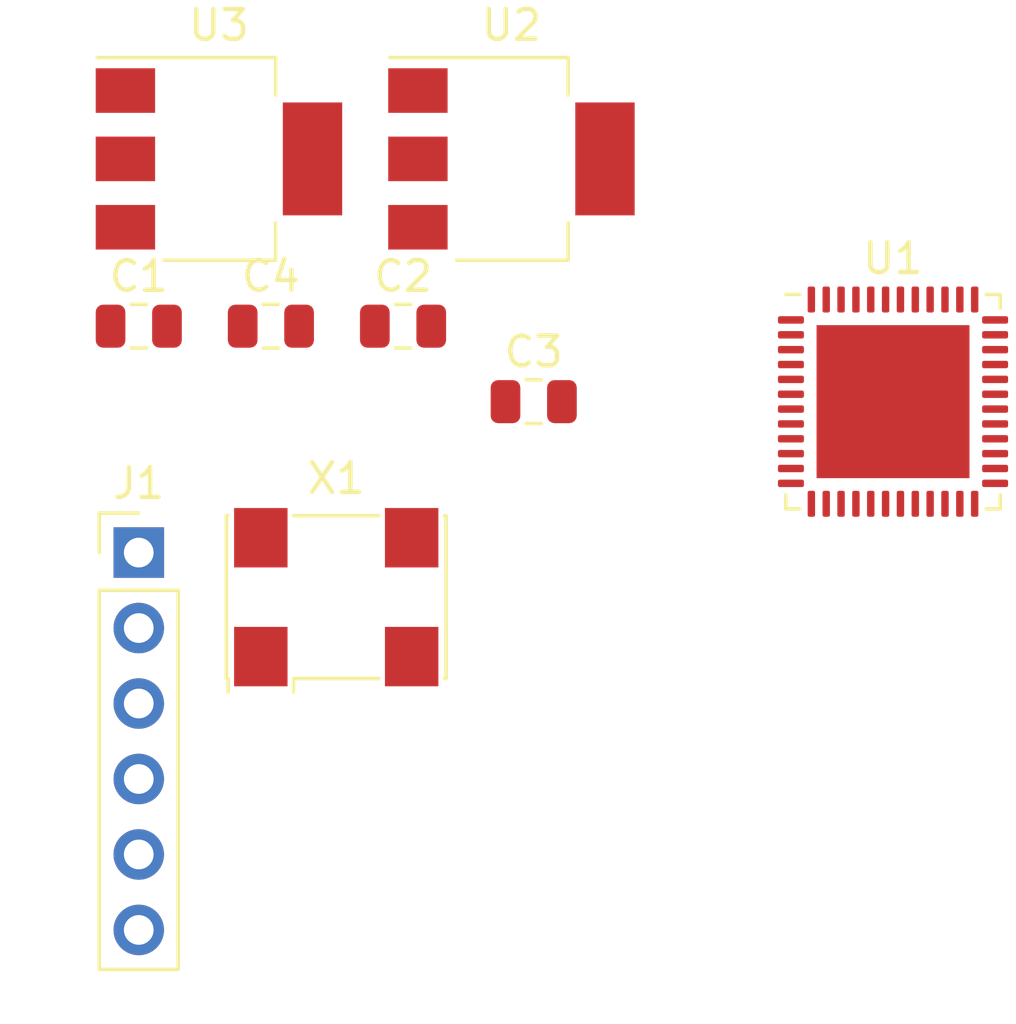
<source format=kicad_pcb>
(kicad_pcb (version 20211014) (generator pcbnew)
  (layers (0 "F.Cu" signal) (31 "B.Cu" signal) (34 "B.Paste" user) (35 "F.Paste" user) (36 "B.SilkS" user "B.Silkscreen") (37 "F.SilkS" user "F.Silkscreen") (38 "B.Mask" user) (39 "F.Mask" user) (44 "Edge.Cuts" user))
  (net 0 "")
  (net 41 "+5V")
  (net 42 "GND")
  (net 43 "+1V8")
  (net 44 "+3.3V")
  (net 45 "/TCK")
  (net 46 "/TDO")
  (net 47 "/TDI")
  (net 48 "/TMS")
  (net 50 "/CLK")
  (footprint "Capacitor_SMD:C_0805_2012Metric" (layer "F.Cu") (at 130.82 104.14)
    (fp_text reference "C2" (at 0 -1.68) (layer "F.SilkS"))
    (fp_text value "0.1u")
    (fp_line (start -0.261252 -0.735) (end 0.261252 -0.735) (layer "F.SilkS") (width 0.12))
    (fp_line (start -0.261252 0.735) (end 0.261252 0.735) (layer "F.SilkS") (width 0.12))
    (pad "1" smd roundrect (at -0.95 0) (size 1 1.45) (layers "F.Cu" "F.Paste" "F.Mask") (net 41 "+5V"))
    (pad "2" smd roundrect (at 0.95 0) (size 1 1.45) (layers "F.Cu" "F.Paste" "F.Mask") (net 42 "GND"))
  )
  (footprint "Capacitor_SMD:C_0805_2012Metric" (layer "F.Cu") (at 121.92 104.14)
    (fp_text reference "C1" (at 0 -1.68) (layer "F.SilkS"))
    (fp_text value "0.1u")
    (fp_line (start -0.261252 -0.735) (end 0.261252 -0.735) (layer "F.SilkS") (width 0.12))
    (fp_line (start -0.261252 0.735) (end 0.261252 0.735) (layer "F.SilkS") (width 0.12))
    (pad "1" smd roundrect (at -0.95 0) (size 1 1.45) (layers "F.Cu" "F.Paste" "F.Mask") (net 41 "+5V"))
    (pad "2" smd roundrect (at 0.95 0) (size 1 1.45) (layers "F.Cu" "F.Paste" "F.Mask") (net 42 "GND"))
  )
  (footprint "Oscillator:Oscillator_SMD_Abracon_ASV-4Pin_7.0x5.1mm" (layer "F.Cu") (at 128.57 113.26)
    (fp_text reference "X1" (at 0 -4) (layer "F.SilkS"))
    (fp_text value "ASV-xxxMHz")
    (fp_line (start 3.7 -2.74) (end 3.7 2.74) (layer "F.SilkS") (width 0.12))
    (fp_line (start 1.44 2.74) (end -1.44 2.74) (layer "F.SilkS") (width 0.12))
    (fp_line (start -1.44 2.74) (end -1.44 3.2) (layer "F.SilkS") (width 0.12))
    (fp_line (start -3.7 2.74) (end -3.7 -2.74) (layer "F.SilkS") (width 0.12))
    (fp_line (start -3.7 -2.74) (end -3.64 -2.74) (layer "F.SilkS") (width 0.12))
    (fp_line (start 3.7 2.74) (end 3.64 2.74) (layer "F.SilkS") (width 0.12))
    (fp_line (start -3.64 3.2) (end -3.64 2.74) (layer "F.SilkS") (width 0.12))
    (fp_line (start -1.44 -2.74) (end 1.44 -2.74) (layer "F.SilkS") (width 0.12))
    (fp_line (start -3.64 2.74) (end -3.7 2.74) (layer "F.SilkS") (width 0.12))
    (fp_line (start 3.64 -2.74) (end 3.7 -2.74) (layer "F.SilkS") (width 0.12))
    (pad "1" smd rect (at -2.54 2) (size 1.8 2) (layers "F.Cu" "F.Paste" "F.Mask"))
    (pad "2" smd rect (at 2.54 2) (size 1.8 2) (layers "F.Cu" "F.Paste" "F.Mask") (net 42 "GND"))
    (pad "3" smd rect (at 2.54 -2) (size 1.8 2) (layers "F.Cu" "F.Paste" "F.Mask") (net 50 "/CLK"))
    (pad "4" smd rect (at -2.54 -2) (size 1.8 2) (layers "F.Cu" "F.Paste" "F.Mask") (net 44 "+3.3V"))
  )
  (footprint "Capacitor_SMD:C_0805_2012Metric" (layer "F.Cu") (at 135.22 106.68)
    (fp_text reference "C3" (at 0 -1.68) (layer "F.SilkS"))
    (fp_text value "0.1u")
    (fp_line (start -0.261252 0.735) (end 0.261252 0.735) (layer "F.SilkS") (width 0.12))
    (fp_line (start -0.261252 -0.735) (end 0.261252 -0.735) (layer "F.SilkS") (width 0.12))
    (pad "1" smd roundrect (at -0.95 0) (size 1 1.45) (layers "F.Cu" "F.Paste" "F.Mask") (net 43 "+1V8"))
    (pad "2" smd roundrect (at 0.95 0) (size 1 1.45) (layers "F.Cu" "F.Paste" "F.Mask") (net 42 "GND"))
  )
  (footprint "Package_TO_SOT_SMD:SOT-223-3_TabPin2" (layer "F.Cu") (at 134.47 98.51)
    (fp_text reference "U2" (at 0 -4.5) (layer "F.SilkS"))
    (fp_text value "AMS1117-1.8")
    (fp_line (start -1.85 3.41) (end 1.91 3.41) (layer "F.SilkS") (width 0.12))
    (fp_line (start 1.91 3.41) (end 1.91 2.15) (layer "F.SilkS") (width 0.12))
    (fp_line (start 1.91 -3.41) (end 1.91 -2.15) (layer "F.SilkS") (width 0.12))
    (fp_line (start -4.1 -3.41) (end 1.91 -3.41) (layer "F.SilkS") (width 0.12))
    (pad "1" smd rect (at -3.15 -2.3) (size 2 1.5) (layers "F.Cu" "F.Paste" "F.Mask") (net 42 "GND"))
    (pad "2" smd rect (at 3.15 0) (size 2 3.8) (layers "F.Cu" "F.Paste" "F.Mask") (net 43 "+1V8"))
    (pad "2" smd rect (at -3.15 0) (size 2 1.5) (layers "F.Cu" "F.Paste" "F.Mask") (net 43 "+1V8"))
    (pad "3" smd rect (at -3.15 2.3) (size 2 1.5) (layers "F.Cu" "F.Paste" "F.Mask") (net 41 "+5V"))
  )
  (footprint "Capacitor_SMD:C_0805_2012Metric" (layer "F.Cu") (at 126.37 104.14)
    (fp_text reference "C4" (at 0 -1.68) (layer "F.SilkS"))
    (fp_text value "0.1u")
    (fp_line (start -0.261252 -0.735) (end 0.261252 -0.735) (layer "F.SilkS") (width 0.12))
    (fp_line (start -0.261252 0.735) (end 0.261252 0.735) (layer "F.SilkS") (width 0.12))
    (pad "1" smd roundrect (at -0.95 0) (size 1 1.45) (layers "F.Cu" "F.Paste" "F.Mask") (net 44 "+3.3V"))
    (pad "2" smd roundrect (at 0.95 0) (size 1 1.45) (layers "F.Cu" "F.Paste" "F.Mask") (net 42 "GND"))
  )
  (footprint "Package_TO_SOT_SMD:SOT-223-3_TabPin2" (layer "F.Cu") (at 124.62 98.51)
    (fp_text reference "U3" (at 0 -4.5) (layer "F.SilkS"))
    (fp_text value "AMS1117-3.3")
    (fp_line (start 1.91 3.41) (end 1.91 2.15) (layer "F.SilkS") (width 0.12))
    (fp_line (start -1.85 3.41) (end 1.91 3.41) (layer "F.SilkS") (width 0.12))
    (fp_line (start 1.91 -3.41) (end 1.91 -2.15) (layer "F.SilkS") (width 0.12))
    (fp_line (start -4.1 -3.41) (end 1.91 -3.41) (layer "F.SilkS") (width 0.12))
    (pad "1" smd rect (at -3.15 -2.3) (size 2 1.5) (layers "F.Cu" "F.Paste" "F.Mask") (net 42 "GND"))
    (pad "2" smd rect (at -3.15 0) (size 2 1.5) (layers "F.Cu" "F.Paste" "F.Mask") (net 44 "+3.3V"))
    (pad "2" smd rect (at 3.15 0) (size 2 3.8) (layers "F.Cu" "F.Paste" "F.Mask") (net 44 "+3.3V"))
    (pad "3" smd rect (at -3.15 2.3) (size 2 1.5) (layers "F.Cu" "F.Paste" "F.Mask") (net 41 "+5V"))
  )
  (footprint "Package_DFN_QFN:QFN-48-1EP_7x7mm_P0.5mm_EP5.15x5.15mm" (layer "F.Cu") (at 147.32 106.68)
    (fp_text reference "U1" (at 0 -4.82) (layer "F.SilkS"))
    (fp_text value "XC2C64A")
    (fp_line (start -3.61 3.61) (end -3.61 3.135) (layer "F.SilkS") (width 0.12))
    (fp_line (start -3.135 3.61) (end -3.61 3.61) (layer "F.SilkS") (width 0.12))
    (fp_line (start 3.61 -3.61) (end 3.61 -3.135) (layer "F.SilkS") (width 0.12))
    (fp_line (start 3.135 3.61) (end 3.61 3.61) (layer "F.SilkS") (width 0.12))
    (fp_line (start 3.61 3.61) (end 3.61 3.135) (layer "F.SilkS") (width 0.12))
    (fp_line (start -3.135 -3.61) (end -3.61 -3.61) (layer "F.SilkS") (width 0.12))
    (fp_line (start 3.135 -3.61) (end 3.61 -3.61) (layer "F.SilkS") (width 0.12))
    (pad "1" smd roundrect (at -3.4375 -2.75) (size 0.875 0.25) (layers "F.Cu" "F.Paste" "F.Mask"))
    (pad "2" smd roundrect (at -3.4375 -2.25) (size 0.875 0.25) (layers "F.Cu" "F.Paste" "F.Mask"))
    (pad "3" smd roundrect (at -3.4375 -1.75) (size 0.875 0.25) (layers "F.Cu" "F.Paste" "F.Mask") (net 44 "+3.3V"))
    (pad "4" smd roundrect (at -3.4375 -1.25) (size 0.875 0.25) (layers "F.Cu" "F.Paste" "F.Mask"))
    (pad "5" smd roundrect (at -3.4375 -0.75) (size 0.875 0.25) (layers "F.Cu" "F.Paste" "F.Mask"))
    (pad "6" smd roundrect (at -3.4375 -0.25) (size 0.875 0.25) (layers "F.Cu" "F.Paste" "F.Mask"))
    (pad "7" smd roundrect (at -3.4375 0.25) (size 0.875 0.25) (layers "F.Cu" "F.Paste" "F.Mask"))
    (pad "8" smd roundrect (at -3.4375 0.75) (size 0.875 0.25) (layers "F.Cu" "F.Paste" "F.Mask"))
    (pad "9" smd roundrect (at -3.4375 1.25) (size 0.875 0.25) (layers "F.Cu" "F.Paste" "F.Mask"))
    (pad "10" smd roundrect (at -3.4375 1.75) (size 0.875 0.25) (layers "F.Cu" "F.Paste" "F.Mask"))
    (pad "11" smd roundrect (at -3.4375 2.25) (size 0.875 0.25) (layers "F.Cu" "F.Paste" "F.Mask"))
    (pad "12" smd roundrect (at -3.4375 2.75) (size 0.875 0.25) (layers "F.Cu" "F.Paste" "F.Mask"))
    (pad "13" smd roundrect (at -2.75 3.4375) (size 0.25 0.875) (layers "F.Cu" "F.Paste" "F.Mask"))
    (pad "14" smd roundrect (at -2.25 3.4375) (size 0.25 0.875) (layers "F.Cu" "F.Paste" "F.Mask"))
    (pad "15" smd roundrect (at -1.75 3.4375) (size 0.25 0.875) (layers "F.Cu" "F.Paste" "F.Mask"))
    (pad "16" smd roundrect (at -1.25 3.4375) (size 0.25 0.875) (layers "F.Cu" "F.Paste" "F.Mask") (net 42 "GND"))
    (pad "17" smd roundrect (at -0.75 3.4375) (size 0.25 0.875) (layers "F.Cu" "F.Paste" "F.Mask"))
    (pad "18" smd roundrect (at -0.25 3.4375) (size 0.25 0.875) (layers "F.Cu" "F.Paste" "F.Mask"))
    (pad "19" smd roundrect (at 0.25 3.4375) (size 0.25 0.875) (layers "F.Cu" "F.Paste" "F.Mask"))
    (pad "20" smd roundrect (at 0.75 3.4375) (size 0.25 0.875) (layers "F.Cu" "F.Paste" "F.Mask"))
    (pad "21" smd roundrect (at 1.25 3.4375) (size 0.25 0.875) (layers "F.Cu" "F.Paste" "F.Mask") (net 47 "/TDI"))
    (pad "22" smd roundrect (at 1.75 3.4375) (size 0.25 0.875) (layers "F.Cu" "F.Paste" "F.Mask") (net 48 "/TMS"))
    (pad "23" smd roundrect (at 2.25 3.4375) (size 0.25 0.875) (layers "F.Cu" "F.Paste" "F.Mask") (net 45 "/TCK"))
    (pad "24" smd roundrect (at 2.75 3.4375) (size 0.25 0.875) (layers "F.Cu" "F.Paste" "F.Mask"))
    (pad "25" smd roundrect (at 3.4375 2.75) (size 0.875 0.25) (layers "F.Cu" "F.Paste" "F.Mask"))
    (pad "26" smd roundrect (at 3.4375 2.25) (size 0.875 0.25) (layers "F.Cu" "F.Paste" "F.Mask"))
    (pad "27" smd roundrect (at 3.4375 1.75) (size 0.875 0.25) (layers "F.Cu" "F.Paste" "F.Mask"))
    (pad "28" smd roundrect (at 3.4375 1.25) (size 0.875 0.25) (layers "F.Cu" "F.Paste" "F.Mask"))
    (pad "29" smd roundrect (at 3.4375 0.75) (size 0.875 0.25) (layers "F.Cu" "F.Paste" "F.Mask"))
    (pad "30" smd roundrect (at 3.4375 0.25) (size 0.875 0.25) (layers "F.Cu" "F.Paste" "F.Mask"))
    (pad "31" smd roundrect (at 3.4375 -0.25) (size 0.875 0.25) (layers "F.Cu" "F.Paste" "F.Mask") (net 42 "GND"))
    (pad "32" smd roundrect (at 3.4375 -0.75) (size 0.875 0.25) (layers "F.Cu" "F.Paste" "F.Mask"))
    (pad "33" smd roundrect (at 3.4375 -1.25) (size 0.875 0.25) (layers "F.Cu" "F.Paste" "F.Mask"))
    (pad "34" smd roundrect (at 3.4375 -1.75) (size 0.875 0.25) (layers "F.Cu" "F.Paste" "F.Mask"))
    (pad "35" smd roundrect (at 3.4375 -2.25) (size 0.875 0.25) (layers "F.Cu" "F.Paste" "F.Mask"))
    (pad "36" smd roundrect (at 3.4375 -2.75) (size 0.875 0.25) (layers "F.Cu" "F.Paste" "F.Mask"))
    (pad "37" smd roundrect (at 2.75 -3.4375) (size 0.25 0.875) (layers "F.Cu" "F.Paste" "F.Mask"))
    (pad "38" smd roundrect (at 2.25 -3.4375) (size 0.25 0.875) (layers "F.Cu" "F.Paste" "F.Mask"))
    (pad "39" smd roundrect (at 1.75 -3.4375) (size 0.25 0.875) (layers "F.Cu" "F.Paste" "F.Mask"))
    (pad "40" smd roundrect (at 1.25 -3.4375) (size 0.25 0.875) (layers "F.Cu" "F.Paste" "F.Mask") (net 46 "/TDO"))
    (pad "41" smd roundrect (at 0.75 -3.4375) (size 0.25 0.875) (layers "F.Cu" "F.Paste" "F.Mask") (net 42 "GND"))
    (pad "42" smd roundrect (at 0.25 -3.4375) (size 0.25 0.875) (layers "F.Cu" "F.Paste" "F.Mask"))
    (pad "43" smd roundrect (at -0.25 -3.4375) (size 0.25 0.875) (layers "F.Cu" "F.Paste" "F.Mask"))
    (pad "44" smd roundrect (at -0.75 -3.4375) (size 0.25 0.875) (layers "F.Cu" "F.Paste" "F.Mask"))
    (pad "45" smd roundrect (at -1.25 -3.4375) (size 0.25 0.875) (layers "F.Cu" "F.Paste" "F.Mask"))
    (pad "46" smd roundrect (at -1.75 -3.4375) (size 0.25 0.875) (layers "F.Cu" "F.Paste" "F.Mask"))
    (pad "47" smd roundrect (at -2.25 -3.4375) (size 0.25 0.875) (layers "F.Cu" "F.Paste" "F.Mask"))
    (pad "48" smd roundrect (at -2.75 -3.4375) (size 0.25 0.875) (layers "F.Cu" "F.Paste" "F.Mask"))
    (pad "49" smd rect (at 0 0) (size 5.15 5.15) (layers "F.Cu" "F.Mask") (net 42 "GND"))
  )
  (footprint "Connector_PinHeader_2.54mm:PinHeader_1x06_P2.54mm_Vertical" (layer "F.Cu") (at 121.92 111.76)
    (fp_text reference "J1" (at 0 -2.33) (layer "F.SilkS"))
    (fp_text value "Conn_01x06")
    (fp_line (start -1.33 -1.33) (end 0 -1.33) (layer "F.SilkS") (width 0.12))
    (fp_line (start -1.33 1.27) (end -1.33 14.03) (layer "F.SilkS") (width 0.12))
    (fp_line (start -1.33 14.03) (end 1.33 14.03) (layer "F.SilkS") (width 0.12))
    (fp_line (start -1.33 1.27) (end 1.33 1.27) (layer "F.SilkS") (width 0.12))
    (fp_line (start -1.33 0) (end -1.33 -1.33) (layer "F.SilkS") (width 0.12))
    (fp_line (start 1.33 1.27) (end 1.33 14.03) (layer "F.SilkS") (width 0.12))
    (pad "1" thru_hole rect (at 0 0) (size 1.7 1.7) (drill 1) (layers *.Cu *.Mask) (net 44 "+3.3V"))
    (pad "2" thru_hole oval (at 0 2.54) (size 1.7 1.7) (drill 1) (layers *.Cu *.Mask) (net 42 "GND"))
    (pad "3" thru_hole oval (at 0 5.08) (size 1.7 1.7) (drill 1) (layers *.Cu *.Mask) (net 45 "/TCK"))
    (pad "4" thru_hole oval (at 0 7.62) (size 1.7 1.7) (drill 1) (layers *.Cu *.Mask) (net 46 "/TDO"))
    (pad "5" thru_hole oval (at 0 10.16) (size 1.7 1.7) (drill 1) (layers *.Cu *.Mask) (net 47 "/TDI"))
    (pad "6" thru_hole oval (at 0 12.7) (size 1.7 1.7) (drill 1) (layers *.Cu *.Mask) (net 48 "/TMS"))
  )
)
</source>
